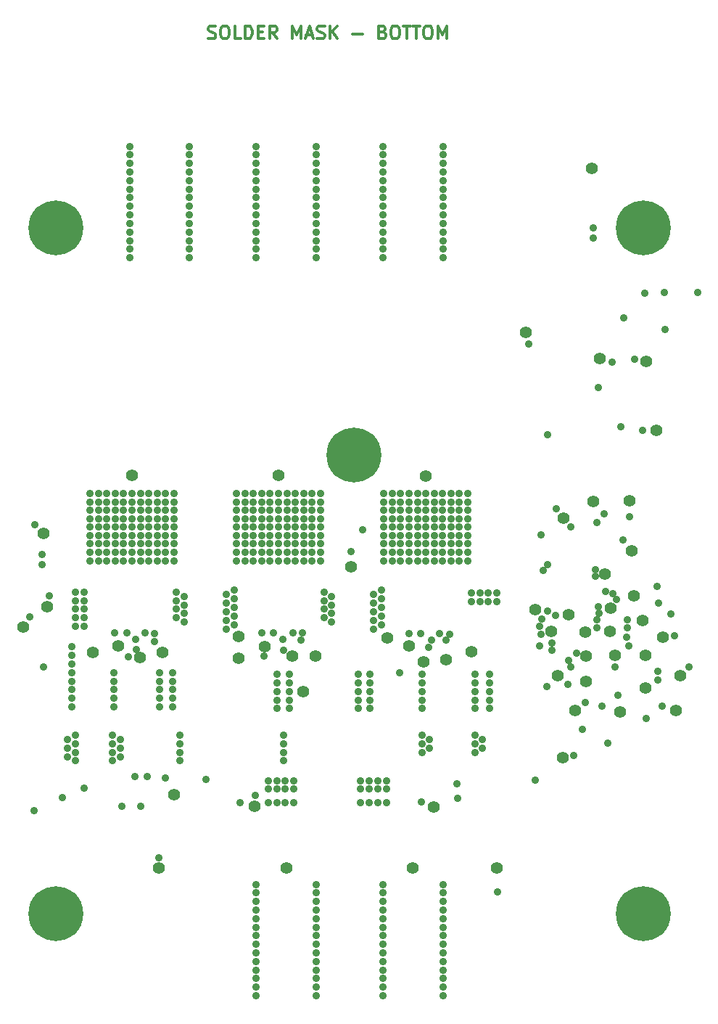
<source format=gbr>
G04 #@! TF.FileFunction,Soldermask,Bot*
%FSLAX46Y46*%
G04 Gerber Fmt 4.6, Leading zero omitted, Abs format (unit mm)*
G04 Created by KiCad (PCBNEW 4.0.6) date 10/08/18 09:04:05*
%MOMM*%
%LPD*%
G01*
G04 APERTURE LIST*
%ADD10C,0.100000*%
%ADD11C,0.300000*%
%ADD12C,0.900000*%
%ADD13C,1.416000*%
%ADD14C,6.400000*%
G04 APERTURE END LIST*
D10*
D11*
X133011428Y-33377143D02*
X133225714Y-33448571D01*
X133582857Y-33448571D01*
X133725714Y-33377143D01*
X133797143Y-33305714D01*
X133868571Y-33162857D01*
X133868571Y-33020000D01*
X133797143Y-32877143D01*
X133725714Y-32805714D01*
X133582857Y-32734286D01*
X133297143Y-32662857D01*
X133154285Y-32591429D01*
X133082857Y-32520000D01*
X133011428Y-32377143D01*
X133011428Y-32234286D01*
X133082857Y-32091429D01*
X133154285Y-32020000D01*
X133297143Y-31948571D01*
X133654285Y-31948571D01*
X133868571Y-32020000D01*
X134797142Y-31948571D02*
X135082856Y-31948571D01*
X135225714Y-32020000D01*
X135368571Y-32162857D01*
X135439999Y-32448571D01*
X135439999Y-32948571D01*
X135368571Y-33234286D01*
X135225714Y-33377143D01*
X135082856Y-33448571D01*
X134797142Y-33448571D01*
X134654285Y-33377143D01*
X134511428Y-33234286D01*
X134439999Y-32948571D01*
X134439999Y-32448571D01*
X134511428Y-32162857D01*
X134654285Y-32020000D01*
X134797142Y-31948571D01*
X136797143Y-33448571D02*
X136082857Y-33448571D01*
X136082857Y-31948571D01*
X137297143Y-33448571D02*
X137297143Y-31948571D01*
X137654286Y-31948571D01*
X137868571Y-32020000D01*
X138011429Y-32162857D01*
X138082857Y-32305714D01*
X138154286Y-32591429D01*
X138154286Y-32805714D01*
X138082857Y-33091429D01*
X138011429Y-33234286D01*
X137868571Y-33377143D01*
X137654286Y-33448571D01*
X137297143Y-33448571D01*
X138797143Y-32662857D02*
X139297143Y-32662857D01*
X139511429Y-33448571D02*
X138797143Y-33448571D01*
X138797143Y-31948571D01*
X139511429Y-31948571D01*
X141011429Y-33448571D02*
X140511429Y-32734286D01*
X140154286Y-33448571D02*
X140154286Y-31948571D01*
X140725714Y-31948571D01*
X140868572Y-32020000D01*
X140940000Y-32091429D01*
X141011429Y-32234286D01*
X141011429Y-32448571D01*
X140940000Y-32591429D01*
X140868572Y-32662857D01*
X140725714Y-32734286D01*
X140154286Y-32734286D01*
X142797143Y-33448571D02*
X142797143Y-31948571D01*
X143297143Y-33020000D01*
X143797143Y-31948571D01*
X143797143Y-33448571D01*
X144440000Y-33020000D02*
X145154286Y-33020000D01*
X144297143Y-33448571D02*
X144797143Y-31948571D01*
X145297143Y-33448571D01*
X145725714Y-33377143D02*
X145940000Y-33448571D01*
X146297143Y-33448571D01*
X146440000Y-33377143D01*
X146511429Y-33305714D01*
X146582857Y-33162857D01*
X146582857Y-33020000D01*
X146511429Y-32877143D01*
X146440000Y-32805714D01*
X146297143Y-32734286D01*
X146011429Y-32662857D01*
X145868571Y-32591429D01*
X145797143Y-32520000D01*
X145725714Y-32377143D01*
X145725714Y-32234286D01*
X145797143Y-32091429D01*
X145868571Y-32020000D01*
X146011429Y-31948571D01*
X146368571Y-31948571D01*
X146582857Y-32020000D01*
X147225714Y-33448571D02*
X147225714Y-31948571D01*
X148082857Y-33448571D02*
X147440000Y-32591429D01*
X148082857Y-31948571D02*
X147225714Y-32805714D01*
X149868571Y-32877143D02*
X151011428Y-32877143D01*
X153368571Y-32662857D02*
X153582857Y-32734286D01*
X153654285Y-32805714D01*
X153725714Y-32948571D01*
X153725714Y-33162857D01*
X153654285Y-33305714D01*
X153582857Y-33377143D01*
X153439999Y-33448571D01*
X152868571Y-33448571D01*
X152868571Y-31948571D01*
X153368571Y-31948571D01*
X153511428Y-32020000D01*
X153582857Y-32091429D01*
X153654285Y-32234286D01*
X153654285Y-32377143D01*
X153582857Y-32520000D01*
X153511428Y-32591429D01*
X153368571Y-32662857D01*
X152868571Y-32662857D01*
X154654285Y-31948571D02*
X154939999Y-31948571D01*
X155082857Y-32020000D01*
X155225714Y-32162857D01*
X155297142Y-32448571D01*
X155297142Y-32948571D01*
X155225714Y-33234286D01*
X155082857Y-33377143D01*
X154939999Y-33448571D01*
X154654285Y-33448571D01*
X154511428Y-33377143D01*
X154368571Y-33234286D01*
X154297142Y-32948571D01*
X154297142Y-32448571D01*
X154368571Y-32162857D01*
X154511428Y-32020000D01*
X154654285Y-31948571D01*
X155725714Y-31948571D02*
X156582857Y-31948571D01*
X156154286Y-33448571D02*
X156154286Y-31948571D01*
X156868571Y-31948571D02*
X157725714Y-31948571D01*
X157297143Y-33448571D02*
X157297143Y-31948571D01*
X158511428Y-31948571D02*
X158797142Y-31948571D01*
X158940000Y-32020000D01*
X159082857Y-32162857D01*
X159154285Y-32448571D01*
X159154285Y-32948571D01*
X159082857Y-33234286D01*
X158940000Y-33377143D01*
X158797142Y-33448571D01*
X158511428Y-33448571D01*
X158368571Y-33377143D01*
X158225714Y-33234286D01*
X158154285Y-32948571D01*
X158154285Y-32448571D01*
X158225714Y-32162857D01*
X158368571Y-32020000D01*
X158511428Y-31948571D01*
X159797143Y-33448571D02*
X159797143Y-31948571D01*
X160297143Y-33020000D01*
X160797143Y-31948571D01*
X160797143Y-33448571D01*
D12*
X177900000Y-56700000D03*
X177900000Y-55500000D03*
X122000000Y-107400000D03*
X166700000Y-99100000D03*
X166700000Y-98100000D03*
X165700000Y-99100000D03*
X165700000Y-98100000D03*
X164700000Y-99100000D03*
X164700000Y-98100000D03*
X163700000Y-99100000D03*
X163700000Y-98100000D03*
X147400000Y-100500000D03*
X147400000Y-99500000D03*
X147400000Y-101500000D03*
X147400000Y-98500000D03*
X146500000Y-101000000D03*
X146500000Y-100000000D03*
X146500000Y-99000000D03*
X146500000Y-98000000D03*
X130200000Y-101500000D03*
X130200000Y-100500000D03*
X130200000Y-99500000D03*
X130200000Y-98500000D03*
X129300000Y-101000000D03*
X129300000Y-100000000D03*
X129300000Y-99000000D03*
X129300000Y-98000000D03*
X152300000Y-102300000D03*
X152300000Y-101300000D03*
X152300000Y-100300000D03*
X152300000Y-99300000D03*
X152300000Y-98300000D03*
X117500000Y-102000000D03*
X117500000Y-101000000D03*
X117500000Y-100000000D03*
X117500000Y-99000000D03*
X117500000Y-98000000D03*
X135100000Y-102300000D03*
X135100000Y-101300000D03*
X135100000Y-100300000D03*
X135100000Y-99300000D03*
X135100000Y-98300000D03*
X136000000Y-97800000D03*
X160400000Y-145100000D03*
X153400000Y-145100000D03*
X160400000Y-144100000D03*
X153400000Y-144100000D03*
X160400000Y-143100000D03*
X153400000Y-143100000D03*
X160400000Y-142100000D03*
X153400000Y-142100000D03*
X160400000Y-141100000D03*
X153400000Y-141100000D03*
X160400000Y-140100000D03*
X153400000Y-140100000D03*
X160400000Y-139100000D03*
X153400000Y-139100000D03*
X160400000Y-138100000D03*
X153400000Y-138100000D03*
X160400000Y-137100000D03*
X153400000Y-137100000D03*
X160400000Y-136100000D03*
X153400000Y-136100000D03*
X160400000Y-135100000D03*
X153400000Y-135100000D03*
X160400000Y-134100000D03*
X153400000Y-134100000D03*
X160400000Y-133100000D03*
X153400000Y-133100000D03*
X160400000Y-132100000D03*
X153400000Y-132100000D03*
X145600000Y-145100000D03*
X138600000Y-145100000D03*
X145600000Y-144100000D03*
X138600000Y-144100000D03*
X145600000Y-143100000D03*
X138600000Y-143100000D03*
X145600000Y-142100000D03*
X138600000Y-142100000D03*
X145600000Y-141100000D03*
X138600000Y-141100000D03*
X145600000Y-140100000D03*
X138600000Y-140100000D03*
X145600000Y-139100000D03*
X138600000Y-139100000D03*
X145600000Y-138100000D03*
X138600000Y-138100000D03*
X145600000Y-137100000D03*
X138600000Y-137100000D03*
X145600000Y-136100000D03*
X138600000Y-136100000D03*
X145600000Y-135100000D03*
X138600000Y-135100000D03*
X145600000Y-134100000D03*
X138600000Y-134100000D03*
X145600000Y-133100000D03*
X138600000Y-133100000D03*
X145600000Y-132100000D03*
X138600000Y-132100000D03*
X160400000Y-59000000D03*
X153400000Y-59000000D03*
X160400000Y-58000000D03*
X153400000Y-58000000D03*
X160400000Y-57000000D03*
X153400000Y-57000000D03*
X160400000Y-56000000D03*
X153400000Y-56000000D03*
X160400000Y-55000000D03*
X153400000Y-55000000D03*
X160400000Y-54000000D03*
X153400000Y-54000000D03*
X160400000Y-53000000D03*
X153400000Y-53000000D03*
X160400000Y-52000000D03*
X153400000Y-52000000D03*
X160400000Y-51000000D03*
X153400000Y-51000000D03*
X160400000Y-50000000D03*
X153400000Y-50000000D03*
X160400000Y-49000000D03*
X153400000Y-49000000D03*
X160400000Y-48000000D03*
X153400000Y-48000000D03*
X160400000Y-47000000D03*
X153400000Y-47000000D03*
X160400000Y-46000000D03*
X153400000Y-46000000D03*
X145600000Y-59000000D03*
X138600000Y-59000000D03*
X145600000Y-58000000D03*
X138600000Y-58000000D03*
X145600000Y-57000000D03*
X138600000Y-57000000D03*
X145600000Y-56000000D03*
X138600000Y-56000000D03*
X145600000Y-55000000D03*
X138600000Y-55000000D03*
X145600000Y-54000000D03*
X138600000Y-54000000D03*
X145600000Y-53000000D03*
X138600000Y-53000000D03*
X145600000Y-52000000D03*
X138600000Y-52000000D03*
X145600000Y-51000000D03*
X138600000Y-51000000D03*
X145600000Y-50000000D03*
X138600000Y-50000000D03*
X145600000Y-49000000D03*
X138600000Y-49000000D03*
X145600000Y-48000000D03*
X138600000Y-48000000D03*
X145600000Y-47000000D03*
X138600000Y-47000000D03*
X145600000Y-46000000D03*
X138600000Y-46000000D03*
X130800000Y-59000000D03*
X123800000Y-59000000D03*
X130800000Y-58000000D03*
X123800000Y-58000000D03*
X130800000Y-57000000D03*
X123800000Y-57000000D03*
X130800000Y-56000000D03*
X123800000Y-56000000D03*
X130800000Y-55000000D03*
X123800000Y-55000000D03*
X130800000Y-54000000D03*
X123800000Y-54000000D03*
X130800000Y-53000000D03*
X123800000Y-53000000D03*
X130800000Y-52000000D03*
X123800000Y-52000000D03*
X130800000Y-51000000D03*
X123800000Y-51000000D03*
X130800000Y-50000000D03*
X123800000Y-50000000D03*
X130800000Y-49000000D03*
X123800000Y-49000000D03*
X130800000Y-48000000D03*
X123800000Y-48000000D03*
X130800000Y-47000000D03*
X123800000Y-47000000D03*
X130800000Y-46000000D03*
X123800000Y-46000000D03*
X122000000Y-111400000D03*
X122000000Y-110400000D03*
X122000000Y-109400000D03*
X122000000Y-108400000D03*
X179600000Y-115600000D03*
X180800000Y-110000000D03*
X175000000Y-108800000D03*
X179190000Y-88900000D03*
X175310000Y-90410000D03*
X173550000Y-100700000D03*
X178530000Y-99690000D03*
X187400000Y-103100000D03*
X185500000Y-108300000D03*
X162100000Y-122100000D03*
X132700000Y-119900000D03*
X165000000Y-116200000D03*
X165000000Y-115200000D03*
X164100000Y-116700000D03*
X164100000Y-115700000D03*
X164100000Y-114700000D03*
X158800000Y-116200000D03*
X158800000Y-115200000D03*
X158000000Y-116700000D03*
X158000000Y-115700000D03*
X158000000Y-114700000D03*
X141800000Y-117700000D03*
X141800000Y-116700000D03*
X141800000Y-115700000D03*
X141800000Y-114700000D03*
X129700000Y-117700000D03*
X129700000Y-116700000D03*
X129700000Y-115700000D03*
X129700000Y-114700000D03*
X122700000Y-117200000D03*
X122700000Y-116200000D03*
X122700000Y-115200000D03*
X121800000Y-117700000D03*
X121800000Y-116700000D03*
X121800000Y-115700000D03*
X121800000Y-114700000D03*
X116600000Y-117200000D03*
X116600000Y-116200000D03*
X116600000Y-115200000D03*
X117500000Y-117700000D03*
X117500000Y-116700000D03*
X117500000Y-115700000D03*
X117500000Y-114700000D03*
X125900000Y-119500000D03*
X118500000Y-120900000D03*
X112700000Y-123500000D03*
X160760000Y-103570000D03*
X143800000Y-103600000D03*
X126700000Y-103800000D03*
X165800000Y-111600000D03*
X165800000Y-110600000D03*
X165800000Y-109600000D03*
X165800000Y-108600000D03*
X165800000Y-107600000D03*
X153800000Y-122600000D03*
X152800000Y-122600000D03*
X151800000Y-122600000D03*
X150800000Y-122600000D03*
X153800000Y-121000000D03*
X152800000Y-121000000D03*
X151800000Y-121000000D03*
X150800000Y-121000000D03*
X153800000Y-120000000D03*
X152800000Y-120000000D03*
X151800000Y-120000000D03*
X143000000Y-122600000D03*
X142000000Y-122600000D03*
X141000000Y-122600000D03*
X150800000Y-120000000D03*
X143000000Y-120000000D03*
X142000000Y-121000000D03*
X142000000Y-120000000D03*
X143000000Y-121000000D03*
X141000000Y-121000000D03*
X141000000Y-120000000D03*
X140000000Y-122600000D03*
X140000000Y-121000000D03*
X140000000Y-120000000D03*
X164100000Y-111600000D03*
X164100000Y-110600000D03*
X164100000Y-109600000D03*
X164100000Y-108600000D03*
X164100000Y-107600000D03*
X158000000Y-111600000D03*
X158000000Y-110600000D03*
X158000000Y-109600000D03*
X158000000Y-108600000D03*
X158000000Y-107600000D03*
X151900000Y-111600000D03*
X151900000Y-110600000D03*
X151900000Y-109600000D03*
X151900000Y-108600000D03*
X151900000Y-107600000D03*
X150500000Y-111600000D03*
X150500000Y-110600000D03*
X150500000Y-109600000D03*
X150500000Y-108600000D03*
X150500000Y-107600000D03*
X142500000Y-111600000D03*
X142500000Y-110600000D03*
X142500000Y-109600000D03*
X142500000Y-108600000D03*
X142500000Y-107600000D03*
X141000000Y-111600000D03*
X141000000Y-110600000D03*
X141000000Y-109600000D03*
X141000000Y-108600000D03*
X141000000Y-107600000D03*
X128800000Y-111400000D03*
X128800000Y-110400000D03*
X128800000Y-109400000D03*
X128800000Y-108400000D03*
X128800000Y-107400000D03*
X127300000Y-111400000D03*
X127300000Y-110400000D03*
X127300000Y-109400000D03*
X127300000Y-108400000D03*
X127300000Y-107400000D03*
X117100000Y-111400000D03*
X117100000Y-110400000D03*
X117100000Y-109400000D03*
X117100000Y-108400000D03*
X117100000Y-107400000D03*
X117100000Y-106400000D03*
X117100000Y-105400000D03*
X117100000Y-104400000D03*
X113600000Y-94840000D03*
X113600000Y-93640000D03*
X118500000Y-102000000D03*
X118500000Y-101000000D03*
X118500000Y-100000000D03*
X118500000Y-99000000D03*
X118500000Y-98000000D03*
X136000000Y-101800000D03*
X136000000Y-100800000D03*
X136000000Y-99800000D03*
X136000000Y-98800000D03*
X153200000Y-101800000D03*
X153200000Y-100800000D03*
X153200000Y-99800000D03*
X153200000Y-98800000D03*
X153200000Y-97800000D03*
X151000000Y-90700000D03*
X129000000Y-94340000D03*
X129000000Y-93360000D03*
X129000000Y-92380000D03*
X129000000Y-91400000D03*
X129000000Y-90420000D03*
X129000000Y-89440000D03*
X129000000Y-88460000D03*
X129000000Y-87480000D03*
X129000000Y-86500000D03*
X128020000Y-94340000D03*
X128020000Y-93360000D03*
X128020000Y-92380000D03*
X128020000Y-91400000D03*
X128020000Y-90420000D03*
X128020000Y-89440000D03*
X128020000Y-88460000D03*
X128020000Y-87480000D03*
X128020000Y-86500000D03*
X127040000Y-94340000D03*
X127040000Y-93360000D03*
X127040000Y-92380000D03*
X127040000Y-91400000D03*
X127040000Y-90420000D03*
X127040000Y-89440000D03*
X127040000Y-88460000D03*
X127040000Y-87480000D03*
X127040000Y-86500000D03*
X126060000Y-94340000D03*
X126060000Y-93360000D03*
X126060000Y-92380000D03*
X126060000Y-91400000D03*
X126060000Y-90420000D03*
X126060000Y-89440000D03*
X126060000Y-88460000D03*
X126060000Y-87480000D03*
X126060000Y-86500000D03*
X125080000Y-94340000D03*
X125080000Y-93360000D03*
X125080000Y-92380000D03*
X125080000Y-91400000D03*
X125080000Y-90420000D03*
X125080000Y-89440000D03*
X125080000Y-88460000D03*
X125080000Y-87480000D03*
X125080000Y-86500000D03*
X124100000Y-94340000D03*
X124100000Y-93360000D03*
X124100000Y-92380000D03*
X124100000Y-91400000D03*
X124100000Y-90420000D03*
X124100000Y-89440000D03*
X124100000Y-88460000D03*
X124100000Y-87480000D03*
X124100000Y-86500000D03*
X123120000Y-94340000D03*
X123120000Y-93360000D03*
X123120000Y-92380000D03*
X123120000Y-91400000D03*
X123120000Y-90420000D03*
X123120000Y-89440000D03*
X123120000Y-88460000D03*
X123120000Y-87480000D03*
X123120000Y-86500000D03*
X122140000Y-94340000D03*
X122140000Y-93360000D03*
X122140000Y-92380000D03*
X122140000Y-91400000D03*
X122140000Y-90420000D03*
X122140000Y-89440000D03*
X122140000Y-88460000D03*
X122140000Y-87480000D03*
X122140000Y-86500000D03*
X121160000Y-94340000D03*
X121160000Y-93360000D03*
X121160000Y-92380000D03*
X121160000Y-91400000D03*
X121160000Y-90420000D03*
X121160000Y-89440000D03*
X121160000Y-88460000D03*
X121160000Y-87480000D03*
X121160000Y-86500000D03*
X120180000Y-94340000D03*
X120180000Y-93360000D03*
X120180000Y-92380000D03*
X120180000Y-91400000D03*
X120180000Y-90420000D03*
X120180000Y-89440000D03*
X120180000Y-88460000D03*
X120180000Y-87480000D03*
X120180000Y-86500000D03*
X119200000Y-94340000D03*
X119200000Y-93360000D03*
X119200000Y-92380000D03*
X119200000Y-91400000D03*
X119200000Y-90420000D03*
X119200000Y-89440000D03*
X119200000Y-88460000D03*
X119200000Y-87480000D03*
X119200000Y-86500000D03*
X153500000Y-86500000D03*
X146100000Y-94340000D03*
X146100000Y-93360000D03*
X146100000Y-92380000D03*
X146100000Y-91400000D03*
X146100000Y-90420000D03*
X146100000Y-89440000D03*
X146100000Y-88460000D03*
X146100000Y-87480000D03*
X146100000Y-86500000D03*
X145120000Y-94340000D03*
X145120000Y-93360000D03*
X145120000Y-92380000D03*
X145120000Y-91400000D03*
X145120000Y-90420000D03*
X145120000Y-89440000D03*
X145120000Y-88460000D03*
X145120000Y-87480000D03*
X145120000Y-86500000D03*
X144140000Y-94340000D03*
X144140000Y-93360000D03*
X144140000Y-92380000D03*
X144140000Y-91400000D03*
X144140000Y-90420000D03*
X144140000Y-89440000D03*
X144140000Y-88460000D03*
X144140000Y-87480000D03*
X144140000Y-86500000D03*
X143160000Y-94340000D03*
X143160000Y-93360000D03*
X143160000Y-92380000D03*
X143160000Y-91400000D03*
X143160000Y-90420000D03*
X143160000Y-89440000D03*
X143160000Y-88460000D03*
X143160000Y-87480000D03*
X143160000Y-86500000D03*
X142180000Y-94340000D03*
X142180000Y-93360000D03*
X142180000Y-92380000D03*
X142180000Y-91400000D03*
X142180000Y-90420000D03*
X142180000Y-89440000D03*
X142180000Y-88460000D03*
X142180000Y-87480000D03*
X142180000Y-86500000D03*
X141200000Y-94340000D03*
X141200000Y-93360000D03*
X141200000Y-92380000D03*
X141200000Y-91400000D03*
X141200000Y-90420000D03*
X141200000Y-89440000D03*
X141200000Y-88460000D03*
X141200000Y-87480000D03*
X141200000Y-86500000D03*
X140220000Y-94340000D03*
X140220000Y-93360000D03*
X140220000Y-92380000D03*
X140220000Y-91400000D03*
X140220000Y-90420000D03*
X140220000Y-89440000D03*
X140220000Y-88460000D03*
X140220000Y-87480000D03*
X140220000Y-86500000D03*
X139240000Y-94340000D03*
X139240000Y-93360000D03*
X139240000Y-92380000D03*
X139240000Y-91400000D03*
X139240000Y-90420000D03*
X139240000Y-89440000D03*
X139240000Y-88460000D03*
X139240000Y-87480000D03*
X139240000Y-86500000D03*
X138260000Y-94340000D03*
X138260000Y-93360000D03*
X138260000Y-92380000D03*
X138260000Y-91400000D03*
X138260000Y-90420000D03*
X138260000Y-89440000D03*
X138260000Y-88460000D03*
X138260000Y-87480000D03*
X138260000Y-86500000D03*
X137280000Y-94340000D03*
X137280000Y-93360000D03*
X137280000Y-92380000D03*
X137280000Y-91400000D03*
X137280000Y-90420000D03*
X137280000Y-89440000D03*
X137280000Y-88460000D03*
X137280000Y-87480000D03*
X137280000Y-86500000D03*
X136300000Y-94340000D03*
X136300000Y-93360000D03*
X136300000Y-92380000D03*
X136300000Y-91400000D03*
X136300000Y-90420000D03*
X136300000Y-89440000D03*
X136300000Y-88460000D03*
X136300000Y-87480000D03*
X136300000Y-86500000D03*
X163300000Y-94340000D03*
X163300000Y-93360000D03*
X163300000Y-92380000D03*
X163300000Y-91400000D03*
X163300000Y-90420000D03*
X163300000Y-89440000D03*
X163300000Y-88460000D03*
X163300000Y-87480000D03*
X163300000Y-86500000D03*
X162320000Y-94340000D03*
X162320000Y-93360000D03*
X162320000Y-92380000D03*
X162320000Y-91400000D03*
X162320000Y-90420000D03*
X162320000Y-89440000D03*
X162320000Y-88460000D03*
X162320000Y-87480000D03*
X162320000Y-86500000D03*
X161340000Y-94340000D03*
X161340000Y-93360000D03*
X161340000Y-92380000D03*
X161340000Y-91400000D03*
X161340000Y-90420000D03*
X161340000Y-89440000D03*
X161340000Y-88460000D03*
X161340000Y-87480000D03*
X161340000Y-86500000D03*
X160360000Y-94340000D03*
X160360000Y-93360000D03*
X160360000Y-92380000D03*
X160360000Y-91400000D03*
X160360000Y-90420000D03*
X160360000Y-89440000D03*
X160360000Y-88460000D03*
X160360000Y-87480000D03*
X160360000Y-86500000D03*
X159380000Y-94340000D03*
X159380000Y-93360000D03*
X159380000Y-92380000D03*
X159380000Y-91400000D03*
X159380000Y-90420000D03*
X159380000Y-89440000D03*
X159380000Y-88460000D03*
X159380000Y-87480000D03*
X159380000Y-86500000D03*
X158400000Y-94340000D03*
X158400000Y-93360000D03*
X158400000Y-92380000D03*
X158400000Y-91400000D03*
X158400000Y-90420000D03*
X158400000Y-89440000D03*
X158400000Y-88460000D03*
X158400000Y-87480000D03*
X158400000Y-86500000D03*
X157420000Y-94340000D03*
X157420000Y-93360000D03*
X157420000Y-92380000D03*
X157420000Y-91400000D03*
X157420000Y-90420000D03*
X157420000Y-89440000D03*
X157420000Y-88460000D03*
X157420000Y-87480000D03*
X157420000Y-86500000D03*
X156440000Y-94340000D03*
X156440000Y-93360000D03*
X156440000Y-92380000D03*
X156440000Y-91400000D03*
X156440000Y-90420000D03*
X156440000Y-89440000D03*
X156440000Y-88460000D03*
X156440000Y-87480000D03*
X156440000Y-86500000D03*
X155460000Y-94340000D03*
X155460000Y-93360000D03*
X155460000Y-92380000D03*
X155460000Y-91400000D03*
X155460000Y-90420000D03*
X155460000Y-89440000D03*
X155460000Y-88460000D03*
X155460000Y-87480000D03*
X155460000Y-86500000D03*
X154480000Y-94340000D03*
X154480000Y-93360000D03*
X154480000Y-92380000D03*
X154480000Y-91400000D03*
X154480000Y-90420000D03*
X154480000Y-89440000D03*
X154480000Y-88460000D03*
X154480000Y-87480000D03*
X154500000Y-86500000D03*
X153500000Y-94340000D03*
X153500000Y-93360000D03*
X153500000Y-92380000D03*
X153500000Y-91400000D03*
X153500000Y-90420000D03*
X153500000Y-89440000D03*
X153500000Y-88460000D03*
X153500000Y-87480000D03*
D13*
X141200000Y-84400000D03*
X158400000Y-84500000D03*
X177800000Y-48600000D03*
X142100000Y-130200000D03*
X156900000Y-130200000D03*
X180500000Y-105400000D03*
X166700000Y-130200000D03*
X124100000Y-84400000D03*
X113800000Y-91140000D03*
X144090000Y-109610000D03*
X181110000Y-111960000D03*
X127200000Y-130200000D03*
X159300000Y-123090000D03*
X128970000Y-121680000D03*
X138440000Y-123000000D03*
X177010000Y-102680000D03*
X175830000Y-111820000D03*
X114200000Y-99710000D03*
X179890000Y-102550000D03*
X187570000Y-111780000D03*
X174370000Y-117350000D03*
X170080000Y-67670000D03*
X184120000Y-71080000D03*
X182470000Y-93230000D03*
X186070000Y-103280000D03*
X183710000Y-101340000D03*
X182680000Y-98430000D03*
X179990000Y-99870000D03*
X185350000Y-79100000D03*
X182140000Y-87370000D03*
X125040000Y-105610000D03*
X173780000Y-107720000D03*
X179310000Y-95860000D03*
X177060000Y-108450000D03*
X127670000Y-105020000D03*
X174470000Y-89370000D03*
X119560000Y-105070000D03*
X122480000Y-104270000D03*
X171160000Y-100020000D03*
X136580000Y-105740000D03*
X142770000Y-105500000D03*
X188100000Y-107720000D03*
X177100000Y-105480000D03*
X145500000Y-105490000D03*
X178730000Y-70750000D03*
X136580000Y-103210000D03*
X139630000Y-104350000D03*
X184070000Y-109190000D03*
X158170000Y-106170000D03*
X160720000Y-105920000D03*
X175030000Y-100640000D03*
X184000000Y-105380000D03*
X163710000Y-104970000D03*
X177910000Y-87400000D03*
X153920000Y-103380000D03*
X156400000Y-104300000D03*
X173070000Y-102620000D03*
X111390000Y-102110000D03*
D14*
X115165000Y-135505180D03*
X150000000Y-82000000D03*
X115165000Y-55495180D03*
X183745000Y-55495180D03*
X183745000Y-135505180D03*
D13*
X149690000Y-95020000D03*
D12*
X114440000Y-98410000D03*
X112740000Y-90110000D03*
X180500000Y-106700000D03*
X186980000Y-100550000D03*
X171860000Y-91340000D03*
X171200000Y-119930000D03*
X178940000Y-111340000D03*
X127240000Y-129030000D03*
X124440000Y-119500000D03*
X115960000Y-121960000D03*
X112150000Y-100870000D03*
X175660000Y-117070000D03*
X122900000Y-122990000D03*
X185970000Y-111270000D03*
X177040000Y-110880000D03*
X184100000Y-112740000D03*
X178370000Y-101210000D03*
X162030000Y-120330000D03*
X125110000Y-123000000D03*
X157880000Y-122520000D03*
X173630000Y-88300000D03*
X186290000Y-67380000D03*
X181190000Y-78750000D03*
X172130000Y-95480000D03*
X180160000Y-71140000D03*
X182760000Y-70880000D03*
X179340000Y-97970000D03*
X172540000Y-109050000D03*
X178340000Y-89890000D03*
X180240000Y-98160000D03*
X181530000Y-66020000D03*
X181380000Y-91910000D03*
X149690000Y-93280000D03*
X185430000Y-97380000D03*
X172580000Y-94830000D03*
X123630000Y-105560000D03*
X178160000Y-96150000D03*
X139510000Y-105510000D03*
X189160000Y-106700000D03*
X155360000Y-107440000D03*
X172640000Y-100240000D03*
X176700000Y-114040000D03*
X136690000Y-122610000D03*
X178180000Y-95390000D03*
X170430000Y-69020000D03*
X178630000Y-100470000D03*
X138490000Y-121760000D03*
X178370000Y-102170000D03*
X124570000Y-104710000D03*
X175350000Y-106730000D03*
X175100000Y-105960000D03*
X124530000Y-103560000D03*
X175980000Y-105130000D03*
X141750000Y-104820000D03*
X158730000Y-104470000D03*
X171690000Y-104280000D03*
X182050000Y-104260000D03*
X181870000Y-103240000D03*
X181880000Y-102190000D03*
X181900000Y-101270000D03*
X173100000Y-103920000D03*
X159080000Y-103590000D03*
X185540000Y-99280000D03*
X141680000Y-103550000D03*
X173100000Y-104810000D03*
X180660000Y-98850000D03*
X172610000Y-79680000D03*
X182170000Y-89180000D03*
X178530000Y-74150000D03*
X183720000Y-79100000D03*
X122050000Y-102790000D03*
X123460000Y-102790000D03*
X190110000Y-63050000D03*
X125650000Y-102790000D03*
X171890000Y-101160000D03*
X126740000Y-102810000D03*
X139240000Y-102770000D03*
X140640000Y-102770000D03*
X186250000Y-63090000D03*
X142850000Y-102770000D03*
X144030000Y-102800000D03*
X185480000Y-107210000D03*
X171680000Y-101960000D03*
X156400000Y-102840000D03*
X157820000Y-102840000D03*
X183920000Y-63110000D03*
X160010000Y-102840000D03*
X161140000Y-102910000D03*
X171840000Y-102900000D03*
X113750000Y-106710000D03*
X166730000Y-132970000D03*
X127980000Y-119710000D03*
M02*

</source>
